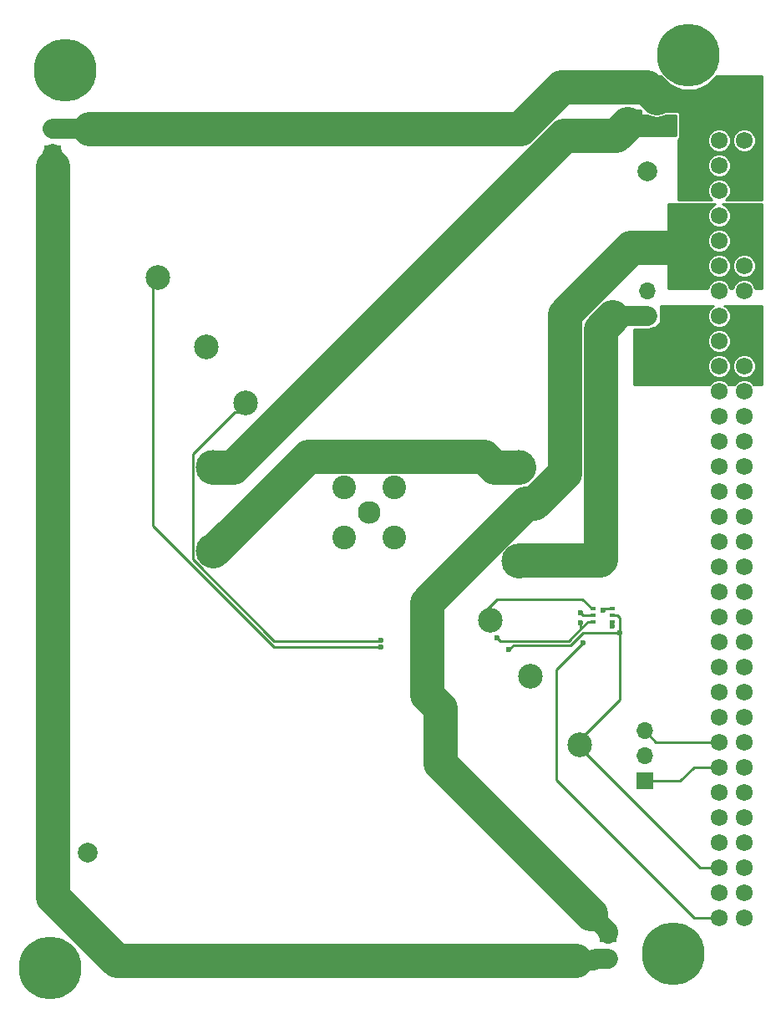
<source format=gbr>
G04 #@! TF.FileFunction,Copper,L2,Bot,Signal*
%FSLAX46Y46*%
G04 Gerber Fmt 4.6, Leading zero omitted, Abs format (unit mm)*
G04 Created by KiCad (PCBNEW 4.0.7-e2-6376~58~ubuntu16.04.1) date Tue May 15 23:18:40 2018*
%MOMM*%
%LPD*%
G01*
G04 APERTURE LIST*
%ADD10C,0.100000*%
%ADD11C,1.720000*%
%ADD12C,2.400000*%
%ADD13C,2.300000*%
%ADD14C,6.350000*%
%ADD15C,3.500000*%
%ADD16C,2.000000*%
%ADD17R,1.700000X1.700000*%
%ADD18O,1.700000X1.700000*%
%ADD19R,0.600000X0.420000*%
%ADD20C,2.500000*%
%ADD21C,0.600000*%
%ADD22C,0.250000*%
%ADD23C,3.500000*%
%ADD24C,2.000000*%
%ADD25C,0.254000*%
G04 APERTURE END LIST*
D10*
D11*
X160260000Y-53640000D03*
X160260000Y-56180000D03*
X160260000Y-58720000D03*
X160260000Y-61260000D03*
X160260000Y-63800000D03*
X160260000Y-66340000D03*
X160260000Y-68880000D03*
X160260000Y-71420000D03*
X160260000Y-73960000D03*
X160260000Y-76500000D03*
X160260000Y-79040000D03*
X160260000Y-81580000D03*
X160260000Y-84120000D03*
X160260000Y-86660000D03*
X160260000Y-89200000D03*
X160260000Y-91740000D03*
X160260000Y-94280000D03*
X160260000Y-96820000D03*
X160260000Y-99360000D03*
X160260000Y-101900000D03*
X160260000Y-104440000D03*
X160260000Y-106980000D03*
X160260000Y-109520000D03*
X160260000Y-112060000D03*
X160260000Y-114600000D03*
X160260000Y-117140000D03*
X160260000Y-119680000D03*
X160260000Y-122220000D03*
X160260000Y-124760000D03*
X160260000Y-127300000D03*
X160260000Y-129840000D03*
X160260000Y-132380000D03*
X162800000Y-53640000D03*
X162800000Y-56180000D03*
X162800000Y-58720000D03*
X162800000Y-61260000D03*
X162800000Y-63800000D03*
X162800000Y-66340000D03*
X162800000Y-68880000D03*
X162800000Y-71420000D03*
X162800000Y-73960000D03*
X162800000Y-76500000D03*
X162800000Y-79040000D03*
X162800000Y-81580000D03*
X162800000Y-84120000D03*
X162800000Y-86660000D03*
X162800000Y-89200000D03*
X162800000Y-91740000D03*
X162800000Y-94280000D03*
X162800000Y-96820000D03*
X162800000Y-99360000D03*
X162800000Y-101900000D03*
X162800000Y-104440000D03*
X162800000Y-106980000D03*
X162800000Y-109520000D03*
X162800000Y-112060000D03*
X162800000Y-114600000D03*
X162800000Y-117140000D03*
X162800000Y-119680000D03*
X162800000Y-122220000D03*
X162800000Y-124760000D03*
X162800000Y-127300000D03*
X162800000Y-129840000D03*
X162800000Y-132380000D03*
D12*
X122285000Y-88750000D03*
X127365000Y-88750000D03*
X127365000Y-93830000D03*
D13*
X124825000Y-91290000D03*
D12*
X122285000Y-93830000D03*
D14*
X155650000Y-136000000D03*
X92460000Y-137500000D03*
X94000000Y-46540000D03*
X157200000Y-45040000D03*
D15*
X109000000Y-86750000D03*
X109000000Y-95250000D03*
X140000000Y-86750000D03*
X140000000Y-96250000D03*
D16*
X153000000Y-56750000D03*
X96250000Y-125750000D03*
D17*
X153000000Y-74000000D03*
D18*
X153000000Y-71460000D03*
X153000000Y-68920000D03*
D17*
X152750000Y-118540000D03*
D18*
X152750000Y-116000000D03*
X152750000Y-113460000D03*
D19*
X147550000Y-102400000D03*
X147550000Y-101750000D03*
X147550000Y-101100000D03*
X149450000Y-102400000D03*
X149450000Y-101750000D03*
X149450000Y-101100000D03*
D20*
X108307315Y-74549231D03*
X103403237Y-67545481D03*
X112293672Y-80242338D03*
X141173391Y-107933676D03*
X146138401Y-114894364D03*
X137137505Y-102275574D03*
D17*
X149000000Y-133960000D03*
D18*
X149000000Y-136500000D03*
D17*
X92750000Y-55000000D03*
D18*
X92750000Y-52460000D03*
D21*
X146500000Y-104500000D03*
X146250000Y-101500000D03*
X139000000Y-105250000D03*
X126000000Y-105002403D03*
X150250000Y-103500000D03*
X148500000Y-101250000D03*
X137750000Y-104000000D03*
X126000000Y-104250000D03*
X146250000Y-102500000D03*
X149500000Y-102875000D03*
X151785894Y-52772337D03*
X150312446Y-51324740D03*
X150066871Y-52875737D03*
X151940993Y-51130865D03*
X153500000Y-52750000D03*
X153386108Y-51431868D03*
X155500000Y-52000000D03*
X154250000Y-52000000D03*
X152750000Y-52000000D03*
X151000000Y-52000000D03*
X151000000Y-52000000D03*
D22*
X146500000Y-104500000D02*
X143775421Y-107224579D01*
X157740000Y-132380000D02*
X160260000Y-132380000D01*
X143775421Y-107224579D02*
X143775421Y-118415421D01*
X143775421Y-118415421D02*
X157740000Y-132380000D01*
X147550000Y-101750000D02*
X146500000Y-101750000D01*
X146500000Y-101750000D02*
X146250000Y-101500000D01*
D23*
X140000000Y-86750000D02*
X137525127Y-86750000D01*
X137525127Y-86750000D02*
X136422726Y-85647599D01*
X136422726Y-85647599D02*
X118602401Y-85647599D01*
X118602401Y-85647599D02*
X110749999Y-93500001D01*
X110749999Y-93500001D02*
X109000000Y-95250000D01*
X140000000Y-96250000D02*
X140068174Y-96181826D01*
X140068174Y-96181826D02*
X148163236Y-96181826D01*
X148163236Y-96181826D02*
X148250000Y-96095062D01*
X148250000Y-96095062D02*
X148250000Y-72750000D01*
D24*
X153000000Y-71460000D02*
X149540000Y-71460000D01*
X149540000Y-71460000D02*
X148250000Y-72750000D01*
D23*
X148250000Y-72750000D02*
X149500000Y-71500000D01*
D22*
X139000000Y-105250000D02*
X139468433Y-104781567D01*
X139468433Y-104781567D02*
X145187528Y-104781567D01*
X114960651Y-104781567D02*
X115181487Y-105002403D01*
X115181487Y-105002403D02*
X126000000Y-105002403D01*
X150250000Y-103500000D02*
X150250000Y-110270336D01*
X150250000Y-110270336D02*
X146661034Y-113859302D01*
X146661034Y-113859302D02*
X146661034Y-115627068D01*
X146661034Y-115627068D02*
X158333966Y-127300000D01*
X158333966Y-127300000D02*
X160260000Y-127300000D01*
X102887018Y-92707934D02*
X114960651Y-104781567D01*
X102887018Y-66808245D02*
X102887018Y-92707934D01*
X145187528Y-104781567D02*
X146469094Y-103500000D01*
X149825736Y-103500000D02*
X150250000Y-103500000D01*
X146469094Y-103500000D02*
X149825736Y-103500000D01*
X149450000Y-101750000D02*
X150000000Y-101750000D01*
X150000000Y-101750000D02*
X150250000Y-102000000D01*
X150250000Y-102000000D02*
X150250000Y-103075736D01*
X150250000Y-103075736D02*
X150250000Y-103500000D01*
X149450000Y-101100000D02*
X148650000Y-101100000D01*
X148650000Y-101100000D02*
X148500000Y-101250000D01*
X147550000Y-101100000D02*
X147400000Y-101100000D01*
X137748731Y-100130048D02*
X136498732Y-101380047D01*
X147400000Y-101100000D02*
X146430048Y-100130048D01*
X146430048Y-100130048D02*
X137748731Y-100130048D01*
X137750000Y-104000000D02*
X138129156Y-104379156D01*
X138129156Y-104379156D02*
X145020844Y-104379156D01*
X115194650Y-104379156D02*
X125870844Y-104379156D01*
X125870844Y-104379156D02*
X126000000Y-104250000D01*
X106924999Y-85375246D02*
X106924999Y-96109505D01*
X112924606Y-81143405D02*
X111156840Y-81143405D01*
X111156840Y-81143405D02*
X106924999Y-85375246D01*
X106924999Y-96109505D02*
X115194650Y-104379156D01*
X145020844Y-104379156D02*
X146444952Y-102955048D01*
X146250000Y-102500000D02*
X146250000Y-102924264D01*
X146250000Y-102924264D02*
X146280784Y-102955048D01*
X146280784Y-102955048D02*
X146444952Y-102955048D01*
X146444952Y-102955048D02*
X147000000Y-102400000D01*
X147000000Y-102400000D02*
X147550000Y-102400000D01*
X149500000Y-102875000D02*
X149500000Y-102450000D01*
X149500000Y-102450000D02*
X149450000Y-102400000D01*
X157740000Y-114600000D02*
X160260000Y-114600000D01*
X157740000Y-114600000D02*
X153890000Y-114600000D01*
X153890000Y-114600000D02*
X152750000Y-113460000D01*
X157740000Y-117140000D02*
X160260000Y-117140000D01*
X152750000Y-118540000D02*
X156340000Y-118540000D01*
X156340000Y-118540000D02*
X157740000Y-117140000D01*
D23*
X109000000Y-86750000D02*
X110980738Y-86750000D01*
X110980738Y-86750000D02*
X144555002Y-53175736D01*
X144555002Y-53175736D02*
X149766872Y-53175736D01*
X149766872Y-53175736D02*
X150066871Y-52875737D01*
D22*
X150324740Y-51324740D02*
X150312446Y-51324740D01*
X151000000Y-52000000D02*
X150324740Y-51324740D01*
D23*
X150124263Y-52875737D02*
X150066871Y-52875737D01*
X151000000Y-52000000D02*
X150124263Y-52875737D01*
D22*
X152750000Y-52000000D02*
X153500000Y-52750000D01*
X154250000Y-52000000D02*
X155500000Y-52000000D01*
X151000000Y-52000000D02*
X152750000Y-52000000D01*
D24*
X149000000Y-136500000D02*
X147797919Y-136500000D01*
X147797919Y-136500000D02*
X147547919Y-136750000D01*
X147547919Y-136750000D02*
X145750000Y-136750000D01*
D23*
X99224554Y-136750000D02*
X145750000Y-136750000D01*
X92750000Y-56250000D02*
X92750000Y-130275446D01*
X92750000Y-130275446D02*
X99224554Y-136750000D01*
D24*
X92750000Y-55000000D02*
X92750000Y-56250000D01*
D23*
X152895446Y-48250000D02*
X153947723Y-49302277D01*
X144315450Y-48250000D02*
X152895446Y-48250000D01*
X140105450Y-52460000D02*
X144315450Y-48250000D01*
X96460000Y-52460000D02*
X140105450Y-52460000D01*
D24*
X92750000Y-52460000D02*
X96460000Y-52460000D01*
D23*
X151334713Y-64500000D02*
X157250000Y-64500000D01*
X130630921Y-107500000D02*
X130630921Y-100453793D01*
X140682304Y-90402410D02*
X141512877Y-90402410D01*
X130630921Y-100453793D02*
X140682304Y-90402410D01*
X141512877Y-90402410D02*
X144597590Y-87317697D01*
X144597590Y-87317697D02*
X144597590Y-71237123D01*
X144597590Y-71237123D02*
X151334713Y-64500000D01*
X130630921Y-109755055D02*
X130630921Y-107500000D01*
X147250000Y-132000000D02*
X132000000Y-116750000D01*
X132000000Y-116750000D02*
X132000000Y-111124134D01*
X132000000Y-111124134D02*
X130630921Y-109755055D01*
D24*
X149000000Y-133750000D02*
X147250000Y-132000000D01*
X149000000Y-133960000D02*
X149000000Y-133750000D01*
D25*
G36*
X159588497Y-70413123D02*
X159254297Y-70746740D01*
X159073206Y-71182855D01*
X159072794Y-71655073D01*
X159253123Y-72091503D01*
X159586740Y-72425703D01*
X160022855Y-72606794D01*
X160495073Y-72607206D01*
X160931503Y-72426877D01*
X161265703Y-72093260D01*
X161446794Y-71657145D01*
X161447206Y-71184927D01*
X161266877Y-70748497D01*
X160933260Y-70414297D01*
X160843439Y-70377000D01*
X164598000Y-70377000D01*
X164598000Y-78373000D01*
X163808738Y-78373000D01*
X163806877Y-78368497D01*
X163473260Y-78034297D01*
X163037145Y-77853206D01*
X162564927Y-77852794D01*
X162128497Y-78033123D01*
X161794297Y-78366740D01*
X161791698Y-78373000D01*
X161268738Y-78373000D01*
X161266877Y-78368497D01*
X160933260Y-78034297D01*
X160497145Y-77853206D01*
X160024927Y-77852794D01*
X159588497Y-78033123D01*
X159254297Y-78366740D01*
X159251698Y-78373000D01*
X151618406Y-78373000D01*
X151618406Y-76735073D01*
X159072794Y-76735073D01*
X159253123Y-77171503D01*
X159586740Y-77505703D01*
X160022855Y-77686794D01*
X160495073Y-77687206D01*
X160931503Y-77506877D01*
X161265703Y-77173260D01*
X161446794Y-76737145D01*
X161446795Y-76735073D01*
X161612794Y-76735073D01*
X161793123Y-77171503D01*
X162126740Y-77505703D01*
X162562855Y-77686794D01*
X163035073Y-77687206D01*
X163471503Y-77506877D01*
X163805703Y-77173260D01*
X163986794Y-76737145D01*
X163987206Y-76264927D01*
X163806877Y-75828497D01*
X163473260Y-75494297D01*
X163037145Y-75313206D01*
X162564927Y-75312794D01*
X162128497Y-75493123D01*
X161794297Y-75826740D01*
X161613206Y-76262855D01*
X161612794Y-76735073D01*
X161446795Y-76735073D01*
X161447206Y-76264927D01*
X161266877Y-75828497D01*
X160933260Y-75494297D01*
X160497145Y-75313206D01*
X160024927Y-75312794D01*
X159588497Y-75493123D01*
X159254297Y-75826740D01*
X159073206Y-76262855D01*
X159072794Y-76735073D01*
X151618406Y-76735073D01*
X151618406Y-74195073D01*
X159072794Y-74195073D01*
X159253123Y-74631503D01*
X159586740Y-74965703D01*
X160022855Y-75146794D01*
X160495073Y-75147206D01*
X160931503Y-74966877D01*
X161265703Y-74633260D01*
X161446794Y-74197145D01*
X161447206Y-73724927D01*
X161266877Y-73288497D01*
X160933260Y-72954297D01*
X160497145Y-72773206D01*
X160024927Y-72772794D01*
X159588497Y-72953123D01*
X159254297Y-73286740D01*
X159073206Y-73722855D01*
X159072794Y-74195073D01*
X151618406Y-74195073D01*
X151618406Y-72787000D01*
X153000000Y-72787000D01*
X153507821Y-72685988D01*
X153596103Y-72627000D01*
X153741406Y-72627000D01*
X153790816Y-72616994D01*
X153831209Y-72589803D01*
X154331209Y-72089803D01*
X154359072Y-72047789D01*
X154368406Y-72000000D01*
X154368406Y-70377000D01*
X159675921Y-70377000D01*
X159588497Y-70413123D01*
X159588497Y-70413123D01*
G37*
X159588497Y-70413123D02*
X159254297Y-70746740D01*
X159073206Y-71182855D01*
X159072794Y-71655073D01*
X159253123Y-72091503D01*
X159586740Y-72425703D01*
X160022855Y-72606794D01*
X160495073Y-72607206D01*
X160931503Y-72426877D01*
X161265703Y-72093260D01*
X161446794Y-71657145D01*
X161447206Y-71184927D01*
X161266877Y-70748497D01*
X160933260Y-70414297D01*
X160843439Y-70377000D01*
X164598000Y-70377000D01*
X164598000Y-78373000D01*
X163808738Y-78373000D01*
X163806877Y-78368497D01*
X163473260Y-78034297D01*
X163037145Y-77853206D01*
X162564927Y-77852794D01*
X162128497Y-78033123D01*
X161794297Y-78366740D01*
X161791698Y-78373000D01*
X161268738Y-78373000D01*
X161266877Y-78368497D01*
X160933260Y-78034297D01*
X160497145Y-77853206D01*
X160024927Y-77852794D01*
X159588497Y-78033123D01*
X159254297Y-78366740D01*
X159251698Y-78373000D01*
X151618406Y-78373000D01*
X151618406Y-76735073D01*
X159072794Y-76735073D01*
X159253123Y-77171503D01*
X159586740Y-77505703D01*
X160022855Y-77686794D01*
X160495073Y-77687206D01*
X160931503Y-77506877D01*
X161265703Y-77173260D01*
X161446794Y-76737145D01*
X161446795Y-76735073D01*
X161612794Y-76735073D01*
X161793123Y-77171503D01*
X162126740Y-77505703D01*
X162562855Y-77686794D01*
X163035073Y-77687206D01*
X163471503Y-77506877D01*
X163805703Y-77173260D01*
X163986794Y-76737145D01*
X163987206Y-76264927D01*
X163806877Y-75828497D01*
X163473260Y-75494297D01*
X163037145Y-75313206D01*
X162564927Y-75312794D01*
X162128497Y-75493123D01*
X161794297Y-75826740D01*
X161613206Y-76262855D01*
X161612794Y-76735073D01*
X161446795Y-76735073D01*
X161447206Y-76264927D01*
X161266877Y-75828497D01*
X160933260Y-75494297D01*
X160497145Y-75313206D01*
X160024927Y-75312794D01*
X159588497Y-75493123D01*
X159254297Y-75826740D01*
X159073206Y-76262855D01*
X159072794Y-76735073D01*
X151618406Y-76735073D01*
X151618406Y-74195073D01*
X159072794Y-74195073D01*
X159253123Y-74631503D01*
X159586740Y-74965703D01*
X160022855Y-75146794D01*
X160495073Y-75147206D01*
X160931503Y-74966877D01*
X161265703Y-74633260D01*
X161446794Y-74197145D01*
X161447206Y-73724927D01*
X161266877Y-73288497D01*
X160933260Y-72954297D01*
X160497145Y-72773206D01*
X160024927Y-72772794D01*
X159588497Y-72953123D01*
X159254297Y-73286740D01*
X159073206Y-73722855D01*
X159072794Y-74195073D01*
X151618406Y-74195073D01*
X151618406Y-72787000D01*
X153000000Y-72787000D01*
X153507821Y-72685988D01*
X153596103Y-72627000D01*
X153741406Y-72627000D01*
X153790816Y-72616994D01*
X153831209Y-72589803D01*
X154331209Y-72089803D01*
X154359072Y-72047789D01*
X154368406Y-72000000D01*
X154368406Y-70377000D01*
X159675921Y-70377000D01*
X159588497Y-70413123D01*
G36*
X155213686Y-48007120D02*
X156500353Y-48541391D01*
X157893535Y-48542606D01*
X159181132Y-48010582D01*
X160066258Y-47127000D01*
X164598000Y-47127000D01*
X164598000Y-59673000D01*
X160985474Y-59673000D01*
X161265703Y-59393260D01*
X161446794Y-58957145D01*
X161447206Y-58484927D01*
X161266877Y-58048497D01*
X160933260Y-57714297D01*
X160497145Y-57533206D01*
X160024927Y-57532794D01*
X159588497Y-57713123D01*
X159254297Y-58046740D01*
X159073206Y-58482855D01*
X159072794Y-58955073D01*
X159253123Y-59391503D01*
X159534129Y-59673000D01*
X156127000Y-59673000D01*
X156127000Y-56415073D01*
X159072794Y-56415073D01*
X159253123Y-56851503D01*
X159586740Y-57185703D01*
X160022855Y-57366794D01*
X160495073Y-57367206D01*
X160931503Y-57186877D01*
X161265703Y-56853260D01*
X161446794Y-56417145D01*
X161447206Y-55944927D01*
X161266877Y-55508497D01*
X160933260Y-55174297D01*
X160497145Y-54993206D01*
X160024927Y-54992794D01*
X159588497Y-55173123D01*
X159254297Y-55506740D01*
X159073206Y-55942855D01*
X159072794Y-56415073D01*
X156127000Y-56415073D01*
X156127000Y-53875073D01*
X159072794Y-53875073D01*
X159253123Y-54311503D01*
X159586740Y-54645703D01*
X160022855Y-54826794D01*
X160495073Y-54827206D01*
X160931503Y-54646877D01*
X161265703Y-54313260D01*
X161446794Y-53877145D01*
X161446795Y-53875073D01*
X161612794Y-53875073D01*
X161793123Y-54311503D01*
X162126740Y-54645703D01*
X162562855Y-54826794D01*
X163035073Y-54827206D01*
X163471503Y-54646877D01*
X163805703Y-54313260D01*
X163986794Y-53877145D01*
X163987206Y-53404927D01*
X163806877Y-52968497D01*
X163473260Y-52634297D01*
X163037145Y-52453206D01*
X162564927Y-52452794D01*
X162128497Y-52633123D01*
X161794297Y-52966740D01*
X161613206Y-53402855D01*
X161612794Y-53875073D01*
X161446795Y-53875073D01*
X161447206Y-53404927D01*
X161266877Y-52968497D01*
X160933260Y-52634297D01*
X160497145Y-52453206D01*
X160024927Y-52452794D01*
X159588497Y-52633123D01*
X159254297Y-52966740D01*
X159073206Y-53402855D01*
X159072794Y-53875073D01*
X156127000Y-53875073D01*
X156127000Y-53549393D01*
X156228008Y-53484396D01*
X156301237Y-53377221D01*
X156327000Y-53250000D01*
X156327000Y-51000000D01*
X156304637Y-50881149D01*
X156234396Y-50771992D01*
X156127221Y-50698763D01*
X156000000Y-50673000D01*
X153127000Y-50673000D01*
X153127000Y-47127000D01*
X154335101Y-47127000D01*
X155213686Y-48007120D01*
X155213686Y-48007120D01*
G37*
X155213686Y-48007120D02*
X156500353Y-48541391D01*
X157893535Y-48542606D01*
X159181132Y-48010582D01*
X160066258Y-47127000D01*
X164598000Y-47127000D01*
X164598000Y-59673000D01*
X160985474Y-59673000D01*
X161265703Y-59393260D01*
X161446794Y-58957145D01*
X161447206Y-58484927D01*
X161266877Y-58048497D01*
X160933260Y-57714297D01*
X160497145Y-57533206D01*
X160024927Y-57532794D01*
X159588497Y-57713123D01*
X159254297Y-58046740D01*
X159073206Y-58482855D01*
X159072794Y-58955073D01*
X159253123Y-59391503D01*
X159534129Y-59673000D01*
X156127000Y-59673000D01*
X156127000Y-56415073D01*
X159072794Y-56415073D01*
X159253123Y-56851503D01*
X159586740Y-57185703D01*
X160022855Y-57366794D01*
X160495073Y-57367206D01*
X160931503Y-57186877D01*
X161265703Y-56853260D01*
X161446794Y-56417145D01*
X161447206Y-55944927D01*
X161266877Y-55508497D01*
X160933260Y-55174297D01*
X160497145Y-54993206D01*
X160024927Y-54992794D01*
X159588497Y-55173123D01*
X159254297Y-55506740D01*
X159073206Y-55942855D01*
X159072794Y-56415073D01*
X156127000Y-56415073D01*
X156127000Y-53875073D01*
X159072794Y-53875073D01*
X159253123Y-54311503D01*
X159586740Y-54645703D01*
X160022855Y-54826794D01*
X160495073Y-54827206D01*
X160931503Y-54646877D01*
X161265703Y-54313260D01*
X161446794Y-53877145D01*
X161446795Y-53875073D01*
X161612794Y-53875073D01*
X161793123Y-54311503D01*
X162126740Y-54645703D01*
X162562855Y-54826794D01*
X163035073Y-54827206D01*
X163471503Y-54646877D01*
X163805703Y-54313260D01*
X163986794Y-53877145D01*
X163987206Y-53404927D01*
X163806877Y-52968497D01*
X163473260Y-52634297D01*
X163037145Y-52453206D01*
X162564927Y-52452794D01*
X162128497Y-52633123D01*
X161794297Y-52966740D01*
X161613206Y-53402855D01*
X161612794Y-53875073D01*
X161446795Y-53875073D01*
X161447206Y-53404927D01*
X161266877Y-52968497D01*
X160933260Y-52634297D01*
X160497145Y-52453206D01*
X160024927Y-52452794D01*
X159588497Y-52633123D01*
X159254297Y-52966740D01*
X159073206Y-53402855D01*
X159072794Y-53875073D01*
X156127000Y-53875073D01*
X156127000Y-53549393D01*
X156228008Y-53484396D01*
X156301237Y-53377221D01*
X156327000Y-53250000D01*
X156327000Y-51000000D01*
X156304637Y-50881149D01*
X156234396Y-50771992D01*
X156127221Y-50698763D01*
X156000000Y-50673000D01*
X153127000Y-50673000D01*
X153127000Y-47127000D01*
X154335101Y-47127000D01*
X155213686Y-48007120D01*
G36*
X159588497Y-60253123D02*
X159254297Y-60586740D01*
X159073206Y-61022855D01*
X159072794Y-61495073D01*
X159253123Y-61931503D01*
X159586740Y-62265703D01*
X160022855Y-62446794D01*
X160495073Y-62447206D01*
X160931503Y-62266877D01*
X161265703Y-61933260D01*
X161446794Y-61497145D01*
X161447206Y-61024927D01*
X161266877Y-60588497D01*
X160933260Y-60254297D01*
X160626695Y-60127000D01*
X164598000Y-60127000D01*
X164598000Y-68623000D01*
X163978146Y-68623000D01*
X163806877Y-68208497D01*
X163473260Y-67874297D01*
X163037145Y-67693206D01*
X162564927Y-67692794D01*
X162128497Y-67873123D01*
X161794297Y-68206740D01*
X161621451Y-68623000D01*
X161438146Y-68623000D01*
X161266877Y-68208497D01*
X160933260Y-67874297D01*
X160497145Y-67693206D01*
X160024927Y-67692794D01*
X159588497Y-67873123D01*
X159254297Y-68206740D01*
X159081451Y-68623000D01*
X155127000Y-68623000D01*
X155127000Y-66575073D01*
X159072794Y-66575073D01*
X159253123Y-67011503D01*
X159586740Y-67345703D01*
X160022855Y-67526794D01*
X160495073Y-67527206D01*
X160931503Y-67346877D01*
X161265703Y-67013260D01*
X161446794Y-66577145D01*
X161446795Y-66575073D01*
X161612794Y-66575073D01*
X161793123Y-67011503D01*
X162126740Y-67345703D01*
X162562855Y-67526794D01*
X163035073Y-67527206D01*
X163471503Y-67346877D01*
X163805703Y-67013260D01*
X163986794Y-66577145D01*
X163987206Y-66104927D01*
X163806877Y-65668497D01*
X163473260Y-65334297D01*
X163037145Y-65153206D01*
X162564927Y-65152794D01*
X162128497Y-65333123D01*
X161794297Y-65666740D01*
X161613206Y-66102855D01*
X161612794Y-66575073D01*
X161446795Y-66575073D01*
X161447206Y-66104927D01*
X161266877Y-65668497D01*
X160933260Y-65334297D01*
X160497145Y-65153206D01*
X160024927Y-65152794D01*
X159588497Y-65333123D01*
X159254297Y-65666740D01*
X159073206Y-66102855D01*
X159072794Y-66575073D01*
X155127000Y-66575073D01*
X155127000Y-64035073D01*
X159072794Y-64035073D01*
X159253123Y-64471503D01*
X159586740Y-64805703D01*
X160022855Y-64986794D01*
X160495073Y-64987206D01*
X160931503Y-64806877D01*
X161265703Y-64473260D01*
X161446794Y-64037145D01*
X161447206Y-63564927D01*
X161266877Y-63128497D01*
X160933260Y-62794297D01*
X160497145Y-62613206D01*
X160024927Y-62612794D01*
X159588497Y-62793123D01*
X159254297Y-63126740D01*
X159073206Y-63562855D01*
X159072794Y-64035073D01*
X155127000Y-64035073D01*
X155127000Y-60127000D01*
X159893738Y-60127000D01*
X159588497Y-60253123D01*
X159588497Y-60253123D01*
G37*
X159588497Y-60253123D02*
X159254297Y-60586740D01*
X159073206Y-61022855D01*
X159072794Y-61495073D01*
X159253123Y-61931503D01*
X159586740Y-62265703D01*
X160022855Y-62446794D01*
X160495073Y-62447206D01*
X160931503Y-62266877D01*
X161265703Y-61933260D01*
X161446794Y-61497145D01*
X161447206Y-61024927D01*
X161266877Y-60588497D01*
X160933260Y-60254297D01*
X160626695Y-60127000D01*
X164598000Y-60127000D01*
X164598000Y-68623000D01*
X163978146Y-68623000D01*
X163806877Y-68208497D01*
X163473260Y-67874297D01*
X163037145Y-67693206D01*
X162564927Y-67692794D01*
X162128497Y-67873123D01*
X161794297Y-68206740D01*
X161621451Y-68623000D01*
X161438146Y-68623000D01*
X161266877Y-68208497D01*
X160933260Y-67874297D01*
X160497145Y-67693206D01*
X160024927Y-67692794D01*
X159588497Y-67873123D01*
X159254297Y-68206740D01*
X159081451Y-68623000D01*
X155127000Y-68623000D01*
X155127000Y-66575073D01*
X159072794Y-66575073D01*
X159253123Y-67011503D01*
X159586740Y-67345703D01*
X160022855Y-67526794D01*
X160495073Y-67527206D01*
X160931503Y-67346877D01*
X161265703Y-67013260D01*
X161446794Y-66577145D01*
X161446795Y-66575073D01*
X161612794Y-66575073D01*
X161793123Y-67011503D01*
X162126740Y-67345703D01*
X162562855Y-67526794D01*
X163035073Y-67527206D01*
X163471503Y-67346877D01*
X163805703Y-67013260D01*
X163986794Y-66577145D01*
X163987206Y-66104927D01*
X163806877Y-65668497D01*
X163473260Y-65334297D01*
X163037145Y-65153206D01*
X162564927Y-65152794D01*
X162128497Y-65333123D01*
X161794297Y-65666740D01*
X161613206Y-66102855D01*
X161612794Y-66575073D01*
X161446795Y-66575073D01*
X161447206Y-66104927D01*
X161266877Y-65668497D01*
X160933260Y-65334297D01*
X160497145Y-65153206D01*
X160024927Y-65152794D01*
X159588497Y-65333123D01*
X159254297Y-65666740D01*
X159073206Y-66102855D01*
X159072794Y-66575073D01*
X155127000Y-66575073D01*
X155127000Y-64035073D01*
X159072794Y-64035073D01*
X159253123Y-64471503D01*
X159586740Y-64805703D01*
X160022855Y-64986794D01*
X160495073Y-64987206D01*
X160931503Y-64806877D01*
X161265703Y-64473260D01*
X161446794Y-64037145D01*
X161447206Y-63564927D01*
X161266877Y-63128497D01*
X160933260Y-62794297D01*
X160497145Y-62613206D01*
X160024927Y-62612794D01*
X159588497Y-62793123D01*
X159254297Y-63126740D01*
X159073206Y-63562855D01*
X159072794Y-64035073D01*
X155127000Y-64035073D01*
X155127000Y-60127000D01*
X159893738Y-60127000D01*
X159588497Y-60253123D01*
G36*
X152373000Y-50664875D02*
X152373000Y-51000000D01*
X152383006Y-51049410D01*
X152411447Y-51091035D01*
X152453841Y-51118315D01*
X152500000Y-51127000D01*
X153011948Y-51127000D01*
X153152889Y-51221174D01*
X153947723Y-51379277D01*
X154742557Y-51221174D01*
X154883498Y-51127000D01*
X155873000Y-51127000D01*
X155873000Y-53123000D01*
X150377000Y-53123000D01*
X150377000Y-50627000D01*
X152335125Y-50627000D01*
X152373000Y-50664875D01*
X152373000Y-50664875D01*
G37*
X152373000Y-50664875D02*
X152373000Y-51000000D01*
X152383006Y-51049410D01*
X152411447Y-51091035D01*
X152453841Y-51118315D01*
X152500000Y-51127000D01*
X153011948Y-51127000D01*
X153152889Y-51221174D01*
X153947723Y-51379277D01*
X154742557Y-51221174D01*
X154883498Y-51127000D01*
X155873000Y-51127000D01*
X155873000Y-53123000D01*
X150377000Y-53123000D01*
X150377000Y-50627000D01*
X152335125Y-50627000D01*
X152373000Y-50664875D01*
M02*

</source>
